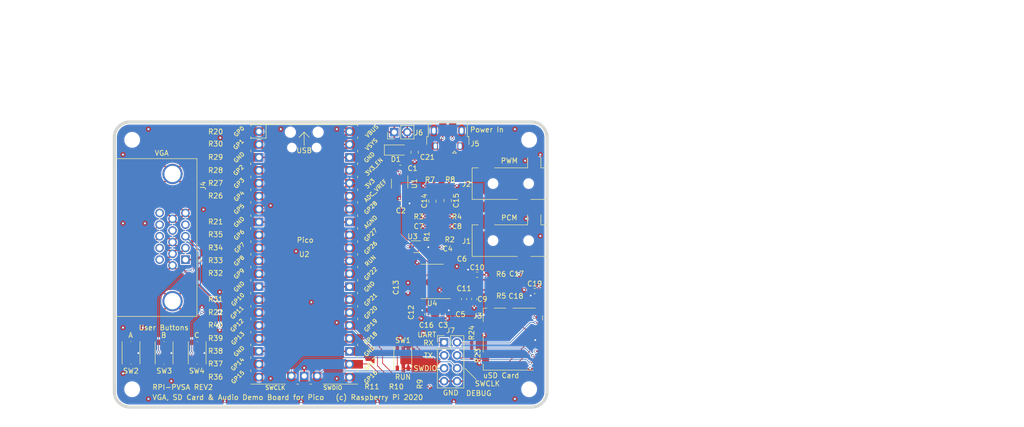
<source format=kicad_pcb>
(kicad_pcb (version 20221018) (generator pcbnew)
  (title_block (title "RPI-PVSA   VGA, SD Card & Audio Demo Board for Pico") (date "2020-07-10") (rev "REV2") (company "Raspberry Pi (Trading) Ltd") (comment 1 "(c) Raspberry Pi 2020"))
  (layers (0 "F.Cu" signal) (1 "In1.Cu" signal) (2 "In2.Cu" signal) (31 "B.Cu" signal) (34 "B.Paste" user) (35 "F.Paste" user) (36 "B.SilkS" user "B.Silkscreen") (37 "F.SilkS" user "F.Silkscreen") (38 "B.Mask" user) (39 "F.Mask" user) (44 "Edge.Cuts" user))
  (net 0 "")
  (net 1 "GND")
  (net 2 "/VSYS")
  (net 3 "+3.3VA")
  (net 4 "/PWM_LL")
  (net 5 "/PWM_RR")
  (net 6 "Net-(C9-Pad1)")
  (net 7 "Net-(C11-Pad2)")
  (net 8 "Net-(C11-Pad1)")
  (net 9 "+3V3")
  (net 10 "Net-(C13-Pad1)")
  (net 11 "/PWM_AUDIO_L")
  (net 12 "/PWM_AUDIO_R")
  (net 13 "/PCM_AUDIO_R")
  (net 14 "/PCM_AUDIO_L")
  (net 15 "/SD_DAT1")
  (net 16 "/SD_DAT2")
  (net 17 "Net-(J4-Pad15)")
  (net 18 "Net-(J4-Pad12)")
  (net 19 "Net-(J4-Pad11)")
  (net 20 "Net-(J4-Pad9)")
  (net 21 "Net-(J4-Pad4)")
  (net 22 "/VGA_B")
  (net 23 "/VGA_G")
  (net 24 "/VGA_R")
  (net 25 "/PWM_L")
  (net 26 "/PWM_R")
  (net 27 "/PCM_L")
  (net 28 "/PCM_R")
  (net 29 "/GPIO5")
  (net 30 "/GPIO16")
  (net 31 "/GPIO17")
  (net 32 "/GPIO18")
  (net 33 "/GPIO19")
  (net 34 "/GPIO20")
  (net 35 "/GPIO21")
  (net 36 "/GPIO22")
  (net 37 "/GPIO26")
  (net 38 "/GPIO27")
  (net 39 "/GPIO28")
  (net 40 "Net-(R20-Pad2)")
  (net 41 "/GPIO0")
  (net 42 "Net-(R21-Pad2)")
  (net 43 "/GPIO6")
  (net 44 "Net-(R22-Pad2)")
  (net 45 "/GPIO11")
  (net 46 "/GPIO4")
  (net 47 "/GPIO3")
  (net 48 "/GPIO2")
  (net 49 "/GPIO1")
  (net 50 "/GPIO10")
  (net 51 "/GPIO9")
  (net 52 "/GPIO8")
  (net 53 "/GPIO7")
  (net 54 "/GPIO15")
  (net 55 "/GPIO14")
  (net 56 "/GPIO13")
  (net 57 "/GPIO12")
  (net 58 "/RUN")
  (net 59 "Net-(U1-Pad4)")
  (net 60 "+5V")
  (net 61 "Net-(J5-Pad4)")
  (net 62 "Net-(J5-Pad3)")
  (net 63 "Net-(J5-Pad2)")
  (net 64 "VBUS")
  (net 65 "Net-(U2-Pad37)")
  (net 66 "Net-(U2-Pad35)")
  (net 67 "Net-(J3-Pad10)")
  (net 68 "Net-(J3-Pad9)")
  (net 69 "/VSYNC")
  (net 70 "/HSYNC")
  (net 71 "/SWCLK")
  (net 72 "/SWDIO")
  (footprint "Resistor_SMD:R_0402_1005Metric" (layer "F.Cu") (at 115.785 83.82)
    (fp_text reference "R31")
    (fp_text value "499")
  )
  (footprint "Resistor_SMD:R_0402_1005Metric" (layer "F.Cu") (at 115.785 88.9)
    (fp_text reference "R40")
    (fp_text value "8.06k")
  )
  (footprint "Resistor_SMD:R_0402_1005Metric" (layer "F.Cu") (at 115.785 91.44)
    (fp_text reference "R39")
    (fp_text value "4.02k")
  )
  (footprint "Resistor_SMD:R_0402_1005Metric" (layer "F.Cu") (at 115.785 93.98)
    (fp_text reference "R38")
    (fp_text value "2k")
  )
  (footprint "Resistor_SMD:R_0402_1005Metric" (layer "F.Cu") (at 115.785 78.74)
    (fp_text reference "R32")
    (fp_text value "1k")
  )
  (footprint "Resistor_SMD:R_0402_1005Metric" (layer "F.Cu") (at 115.785 99.06)
    (fp_text reference "R36")
    (fp_text value "499")
  )
  (footprint "Resistor_SMD:R_0402_1005Metric" (layer "F.Cu") (at 115.785 71.12)
    (fp_text reference "R35")
    (fp_text value "8.06k")
  )
  (footprint "Resistor_SMD:R_0402_1005Metric" (layer "F.Cu") (at 115.785 60.96)
    (fp_text reference "R27")
    (fp_text value "1k")
  )
  (footprint "Resistor_SMD:R_0402_1005Metric" (layer "F.Cu") (at 115.785 58.42)
    (fp_text reference "R28")
    (fp_text value "2k")
  )
  (footprint "Button_Switch_SMD:SW_Push_1P1T_NO_Vertical_Wuerth_434133025816" (layer "F.Cu") (at 150.175 95.325 90)
    (fp_text reference "SW1")
    (fp_text value "SW_Push")
  )
  (footprint "Resistor_SMD:R_0402_1005Metric" (layer "F.Cu") (at 115.785 96.52)
    (fp_text reference "R37")
    (fp_text value "1k")
  )
  (footprint "Resistor_SMD:R_0402_1005Metric" (layer "F.Cu") (at 115.785 76.2)
    (fp_text reference "R33")
    (fp_text value "2k")
  )
  (footprint "Resistor_SMD:R_0402_1005Metric" (layer "F.Cu") (at 115.785 68.58 180)
    (fp_text reference "R21")
    (fp_text value "1k")
  )
  (footprint "Resistor_SMD:R_0402_1005Metric" (layer "F.Cu") (at 115.785 86.36 180)
    (fp_text reference "R22")
    (fp_text value "1k")
  )
  (footprint "Resistor_SMD:R_0402_1005Metric" (layer "F.Cu") (at 155.515 61.5)
    (fp_text reference "R7")
    (fp_text value "1.8K")
  )
  (footprint "Resistor_SMD:R_0402_1005Metric" (layer "F.Cu") (at 158 72.015 -90)
    (fp_text reference "R2")
    (fp_text value "220")
  )
  (footprint "Resistor_SMD:R_0402_1005Metric" (layer "F.Cu") (at 156 72.015 -90)
    (fp_text reference "R1")
    (fp_text value "220")
  )
  (footprint "Connector_Card:microSD_HC_Molex_104031-0811" (layer "F.Cu") (at 171.8 91.645 -90)
    (fp_text reference "J3")
    (fp_text value "Micro_SD_Card")
  )
  (footprint "RPi_Pico:CUI_SJ-3523-audio-jack" (layer "F.Cu") (at 172.4 72.3 -90)
    (fp_text reference "J1")
    (fp_text value "AudioJack3")
  )
  (footprint "Capacitor_SMD:C_0402_1005Metric" (layer "F.Cu") (at 172.485 82)
    (fp_text reference "C18")
    (fp_text value "2.2n")
  )
  (footprint "Capacitor_SMD:C_0805_2012Metric" (layer "F.Cu") (at 159 64.4375 -90)
    (fp_text reference "C15")
    (fp_text value "47u")
  )
  (footprint "Capacitor_SMD:C_0805_2012Metric" (layer "F.Cu") (at 156 64.5625 -90)
    (fp_text reference "C14")
    (fp_text value "47u")
  )
  (footprint "Capacitor_SMD:C_0603_1608Metric" (layer "F.Cu") (at 158 86.7875 -90)
    (fp_text reference "C3")
    (fp_text value "10u")
  )
  (footprint "Capacitor_SMD:C_0603_1608Metric" (layer "F.Cu") (at 164.2 83.7875 -90)
    (fp_text reference "C9")
    (fp_text value "2.2u")
  )
  (footprint "Capacitor_SMD:C_0402_1005Metric" (layer "F.Cu") (at 153 86.485 -90)
    (fp_text reference "C12")
    (fp_text value "100n")
  )
  (footprint "Capacitor_SMD:C_0402_1005Metric" (layer "F.Cu") (at 150 81.515 90)
    (fp_text reference "C13")
    (fp_text value "100n")
  )
  (footprint "Capacitor_SMD:C_0603_1608Metric" (layer "F.Cu") (at 164.7875 79)
    (fp_text reference "C10")
    (fp_text value "10u")
  )
  (footprint "Capacitor_SMD:C_0603_1608Metric" (layer "F.Cu") (at 149.7875 65 180)
    (fp_text reference "C2")
    (fp_text value "1u")
  )
  (footprint "Capacitor_SMD:C_0603_1608Metric" (layer "F.Cu") (at 155 86.7875 -90)
    (fp_text reference "C16")
    (fp_text value "10u")
  )
  (footprint "Capacitor_SMD:C_0603_1608Metric" (layer "F.Cu") (at 162.2 83.7875 90)
    (fp_text reference "C11")
    (fp_text value "2.2u")
  )
  (footprint "Capacitor_SMD:C_0402_1005Metric" (layer "F.Cu") (at 156.515 73.6)
    (fp_text reference "C4")
    (fp_text value "100n")
  )
  (footprint "Resistor_SMD:R_0402_1005Metric" (layer "F.Cu") (at 159.485 61.5 180)
    (fp_text reference "R8")
    (fp_text value "1.8K")
  )
  (footprint "Resistor_SMD:R_0402_1005Metric" (layer "F.Cu") (at 155.515 67.5)
    (fp_text reference "R3")
    (fp_text value "100")
  )
  (footprint "Capacitor_SMD:C_0402_1005Metric" (layer "F.Cu") (at 162 77.515 90)
    (fp_text reference "C6")
    (fp_text value "100n")
  )
  (footprint "Capacitor_SMD:C_0402_1005Metric" (layer "F.Cu") (at 160 86.485 -90)
    (fp_text reference "C5")
    (fp_text value "100n")
  )
  (footprint "Capacitor_SMD:C_0402_1005Metric" (layer "F.Cu") (at 158.485 69.5)
    (fp_text reference "C8")
    (fp_text value "100n")
  )
  (footprint "Resistor_SMD:R_0402_1005Metric" (layer "F.Cu") (at 169.485 80 180)
    (fp_text reference "R6")
    (fp_text value "470")
  )
  (footprint "Resistor_SMD:R_0402_1005Metric" (layer "F.Cu") (at 169.515 82 180)
    (fp_text reference "R5")
    (fp_text value "470")
  )
  (footprint "Capacitor_SMD:C_0402_1005Metric" (layer "F.Cu") (at 172.515 80)
    (fp_text reference "C17")
    (fp_text value "2.2n")
  )
  (footprint "Capacitor_SMD:C_0402_1005Metric" (layer "F.Cu") (at 155.515 69.5 180)
    (fp_text reference "C7")
    (fp_text value "100n")
  )
  (footprint "Package_TO_SOT_SMD:SOT-363_SC-70-6" (layer "F.Cu") (at 153 73.5)
    (fp_text reference "U3")
    (fp_text value "NC7WZ16P6X")
  )
  (footprint "Button_Switch_SMD:SW_Push_1P1T_NO_Vertical_Wuerth_434133025816" (layer "F.Cu") (at 103.275 94.35 -90)
    (fp_text reference "SW3")
    (fp_text value "SW_Push")
  )
  (footprint "Package_SO:TSSOP-20_4.4x6.5mm_P0.65mm" (layer "F.Cu") (at 155.95 80.325 180)
    (fp_text reference "U4")
    (fp_text value "PCM5101A")
  )
  (footprint "Package_TO_SOT_SMD:SOT-23-5" (layer "F.Cu") (at 149.55 61.1 -90)
    (fp_text reference "U1")
    (fp_text value "TLV70033_SOT23-5")
  )
  (footprint "Button_Switch_SMD:SW_Push_1P1T_NO_Vertical_Wuerth_434133025816" (layer "F.Cu") (at 109.775 94.35 -90)
    (fp_text reference "SW4")
    (fp_text value "SW_Push")
  )
  (footprint "Resistor_SMD:R_0402_1005Metric" (layer "F.Cu") (at 115.785 55.88)
    (fp_text reference "R29")
    (fp_text value "4.02k")
  )
  (footprint "Resistor_SMD:R_0402_1005Metric" (layer "F.Cu") (at 115.785 53.34)
    (fp_text reference "R30")
    (fp_text value "8.06k")
  )
  (footprint "Resistor_SMD:R_0402_1005Metric" (layer "F.Cu") (at 115.785 50.8 180)
    (fp_text reference "R20")
    (fp_text value "1k")
  )
  (footprint "Button_Switch_SMD:SW_Push_1P1T_NO_Vertical_Wuerth_434133025816" (layer "F.Cu") (at 96.775 94.35 -90)
    (fp_text reference "SW2")
    (fp_text value "SW_Push")
  )
  (footprint "Resistor_SMD:R_0402_1005Metric" (layer "F.Cu") (at 158.485 67.5 180)
    (fp_text reference "R4")
    (fp_text value "100")
  )
  (footprint "Capacitor_SMD:C_0603_1608Metric" (layer "F.Cu") (at 149.7125 58 180)
    (fp_text reference "C1")
    (fp_text value "1u")
  )
  (footprint "Capacitor_SMD:C_0805_2012Metric" (layer "F.Cu") (at 152.5 54.9375 90)
    (fp_text reference "C21")
    (fp_text value "47u")
  )
  (footprint "Connector_PinHeader_2.54mm:PinHeader_1x02_P2.54mm_Vertical" (layer "F.Cu") (at 148.5 51 90)
    (fp_text reference "J6")
    (fp_text value "Conn_01x02")
  )
  (footprint "RPi_Pico:USB_Micro-B_Amphenol_10103594-0001LF_Horizontal_modified" (layer "F.Cu") (at 159 50.7 180)
    (fp_text reference "J5")
    (fp_text value "USB_B_Micro")
  )
  (footprint "MountingHole:MountingHole_2.7mm_M2.5" (layer "F.Cu") (at 175 101.5)
    (fp_text reference "H3" hide)
    (fp_text value "MountingHole")
  )
  (footprint "MountingHole:MountingHole_2.7mm_M2.5" (layer "F.Cu") (at 97 101.5)
    (fp_text reference "H4" hide)
    (fp_text value "MountingHole")
  )
  (footprint "MountingHole:MountingHole_2.7mm_M2.5" (layer "F.Cu") (at 175 52.5)
    (fp_text reference "H1" hide)
    (fp_text value "MountingHole")
  )
  (footprint "RPi_Pico:MBR120_SOD-123" (layer "F.Cu") (at 148.85 54.5)
    (fp_text reference "D1")
    (fp_text value "MBR120")
  )
  (footprint "RPi_Pico:CUI_SJ-3523-audio-jack" (layer "F.Cu") (at 172.4 61.1 -90)
    (fp_text reference "J2")
    (fp_text value "AudioJack3")
  )
  (footprint "Resistor_SMD:R_0402_1005Metric" (layer "F.Cu") (at 115.785 63.5)
    (fp_text reference "R26")
    (fp_text value "499")
  )
  (footprint "MountingHole:MountingHole_2.7mm_M2.5" (layer "F.Cu") (at 97 52.5)
    (fp_text reference "H2" hide)
    (fp_text value "MountingHole")
  )
  (footprint "Connector_PinHeader_2.54mm:PinHeader_2x04_P2.54mm_Vertical" (layer "F.Cu") (at 158.3 92.3)
    (fp_text reference "J7")
    (fp_text value "Conn_02x03_Odd_Even")
  )
  (footprint "Capacitor_SMD:C_0603_1608Metric" (layer "F.Cu") (at 176.0875 82.2)
    (fp_text reference "C19")
    (fp_text value "10u")
  )
  (footprint "Resistor_SMD:R_0402_1005Metric" (layer "F.Cu") (at 147 100.285 90)
    (fp_text reference "R10")
    (fp_text value "47")
  )
  (footprint "Resistor_SMD:R_0402_1005Metric" (layer "F.Cu") (at 154.7 100.485 90)
    (fp_text reference "R9")
    (fp_text value "DNF")
  )
  (footprint "Resistor_SMD:R_0402_1005Metric" (layer "F.Cu") (at 145.8 100.285 90)
    (fp_text reference "R11")
    (fp_text value "47")
  )
  (footprint "Resistor_SMD:R_0402_1005Metric" (layer "F.Cu") (at 163.7 92.885 -90)
    (fp_text reference "R23")
    (fp_text value "10k")
  )
  (footprint "Resistor_SMD:R_0402_1005Metric" (layer "F.Cu") (at 163.7 94.885 90)
    (fp_text reference "R24")
    (fp_text value "10k")
  )
  (footprint "Resistor_SMD:R_0402_1005Metric" (layer "F.Cu") (at 115.785 73.66)
    (fp_text reference "R34")
    (fp_text value "4.02k")
  )
  (footprint "RPi_Pico:DSUB-15-L77HDE15SD1CH4F" (layer "F.Cu") (at 93.5 71.7 90)
    (fp_text reference "J4")
    (fp_text value "L77HDE15SD1CH4F")
  )
  (footprint "RPi_Pico:RPi_Pico_SMD_TH" (layer "F.Cu") (at 130.81 75)
    (fp_text reference "U2")
    (fp_text value "Pico")
  )
  (gr_line (start 129.8 52) (end 130.8 51) (stroke (width 0.12)) (layer "F.SilkS"))
  (gr_line (start 131.8 52) (end 130.8 51) (stroke (width 0.12)) (layer "F.SilkS"))
  (gr_line (start 162.4 97.4) (end 164.6 99.6) (stroke (width 0.12)) (layer "F.SilkS"))
  (gr_line (start 130.8 53.6) (end 130.8 51) (stroke (width 0.12)) (layer "F.SilkS"))
  (gr_line (start 130.8 51) (end 129.8 52) (stroke (width 0.12)) (layer "F.SilkS"))
  (gr_line (start 96.5 49) (end 96.5 49) (stroke (width 0.05)) (layer "Edge.Cuts"))
  (gr_line (start 96.5 49) (end 175.5 49) (stroke (width 0.6)) (layer "Edge.Cuts"))
  (gr_line (start 93.5 102) (end 93.5 52) (stroke (width 0.6)) (layer "Edge.Cuts"))
  (gr_arc (start 178.5 102) (mid 177.62132 104.12132) (end 175.5 105) (stroke (width 0.6)) (layer "Edge.Cuts"))
  (gr_line (start 178.5 52) (end 178.5 102) (stroke (width 0.6)) (layer "Edge.Cuts"))
  (gr_line (start 175.5 105) (end 96.5 105) (stroke (width 0.6)) (layer "Edge.Cuts"))
  (gr_arc (start 93.5 52) (mid 94.37868 49.87868) (end 96.5 49) (stroke (width 0.6)) (layer "Edge.Cuts"))
  (gr_arc (start 175.5 49) (mid 177.62132 49.87868) (end 178.5 52) (stroke (width 0.6)) (layer "Edge.Cuts"))
  (gr_arc (start 96.5 105) (mid 94.37868 104.12132) (end 93.5 102) (stroke (width 0.6)) (layer "Edge.Cuts"))
  (gr_text "VGA, SD Card & Audio Demo Board for Pico   (c) Raspberry Pi 2020" (at 100.9 103.1) (layer "F.SilkS") (effects (font (size 1 1)) (justify left)))
  (gr_text "RPI-PVSA REV2" (at 100.9 101.1) (layer "F.SilkS") (effects (font (size 1 1)) (justify left)))
  (gr_text "Power In\n" (at 166.7 50.5) (layer "F.SilkS") (effects (font (size 1 1))))
  (gr_text "User Buttons" (at 103.2 89.4) (layer "F.SilkS") (effects (font (size 1 1))))
  (gr_text "GND" (at 159.6 102.2) (layer "F.SilkS") (effects (font (size 1 1))))
  (gr_text "TX" (at 155.2 94.9) (layer "F.SilkS") (effects (font (size 1 1))))
  (gr_text "UART" (at 154.9 90.8) (layer "F.SilkS") (effects (font (size 1 1))))
  (gr_text "SWDIO" (at 154.6 97.4) (layer "F.SilkS") (effects (font (size 1 1))))
  (gr_text "RX" (at 155.2 92.4) (layer "F.SilkS") (effects (font (size 1 1))))
  (gr_text "PWM" (at 171.1 56.6) (layer "F.SilkS") (effects (font (size 1 1))))
  (gr_text "B" (at 103.2 90.9) (layer "F.SilkS") (effects (font (size 1 1))))
  (gr_text "Pico" (at 131 72.2) (layer "F.SilkS") (effects (font (size 1 1))))
  (gr_text "SWCLK" (at 166.8 100.4) (layer "F.SilkS") (effects (font (size 1 1))))
  (gr_text "RUN" (at 150.2 99.1) (layer "F.SilkS") (effects (font (size 1 1))))
  (gr_text "PCM" (at 171.1 67.8) (layer "F.SilkS") (effects (font (size 1 1))))
  (gr_text "USB" (at 130.8 54.6) (layer "F.SilkS") (effects (font (size 1 1))))
  (gr_text "DEBUG" (at 165.1 102.3) (layer "F.SilkS") (effects (font (size 1 1))))
  (gr_text "VGA" (at 102.8 55.1) (layer "F.SilkS") (effects (font (size 1 1))))
  (gr_text "C" (at 109.7 90.9) (layer "F.SilkS") (effects (font (size 1 1))))
  (gr_text "A" (at 96.7 90.9) (layer "F.SilkS") (effects (font (size 1 1))))
  (gr_text "uSD Card" (at 169.5 98.8) (layer "F.SilkS") (effects (font (size 1 1))))
  (segment (start 153 78.05) (end 153 76.6) (width 0.5) (layer "F.Cu") (net 1))
  (segment (start 155 87.575) (end 154.525 87.575) (width 0.15) (layer "F.Cu") (net 1))
  (segment (start 153 78.05) (end 153 77.4) (width 0.15) (layer "F.Cu") (net 1))
  (segment (start 159.97 61.5) (end 160.8 61.5) (width 0.15) (layer "F.Cu") (net 1))
  (segment (start 159.58 86.97) (end 158.975 87.575) (width 0.15) (layer "F.Cu") (net 1))
  (segment (start 172.97 82) (end 174 82) (width 0.15) (layer "F.Cu") (net 1))
  (segment (start 149.4 64.125) (end 149.4 64.1) (width 0.3) (layer "F.Cu") (net 1))
  (segment (start 153.17 86.97) (end 153.8 87.6) (width 0.15) (layer "F.Cu") (net 1))
  (segment (start 166.425 95.375) (end 165.6 95.375) (width 0.15) (layer "F.Cu") (net 1))
  (segment (start 161.17 77.03) (end 160.8 77.4) (width 0.15) (layer "F.Cu") (net 1))
  (segment (start 165.6 95.375) (end 165.2 95.775) (width 0.15) (layer "F.Cu") (net 1))
  (segment (start 151.25 80.65) (end 151.2 80.6) (width 0.5) (layer "F.Cu") (net 1))
  (segment (start 150 80.735) (end 150 81.03) (width 0.15) (layer "F.Cu") (net 1))
  (segment (start 176 68) (end 174.75 68) (width 0.15) (layer "F.Cu") (net 1))
  (segment (start 177.25 94.04) (end 176.24 94.04) (width 0.3) (layer "F.Cu") (net 1))
  (segment (start 176.9 97.4) (end 175.2 97.4) (width 0.15) (layer "F.Cu") (net 1))
  (segment (start 153 80.65) (end 151.15 80.65) (width 0.15) (layer "F.Cu") (net 1))
  (segment (start 150.085 80.65) (end 150 80.735) (width 0.15) (layer "F.Cu") (net 1))
  (segment (start 176.02 86.08) (end 176.02 87.4) (width 0.15) (layer "F.Cu") (net 1))
  (segment (start 153 77.4) (end 153 77.025) (width 0.15) (layer "F.Cu") (net 1))
  (segment (start 157.66 53.6) (end 157.66 52.54) (width 0.3) (layer "F.Cu") (net 1))
  (segment (start 159.9 52.02) (end 159.9 52.2) (width 0.3) (layer "F.Cu") (net 1))
  (segment (start 157.66 52.54) (end 158 52.2) (width 0.3) (layer "F.Cu") (net 1))
  (segment (start 165.2 95.775) (end 165.2 96.4) (width 0.15) (layer "F.Cu") (net 1))
  (segment (start 152.05 73.5) (end 151.2 73.5) (width 0.5) (layer "F.Cu") (net 1))
  (segment (start 174.75 56.6) (end 174.2 56.6) (width 0.15) (layer "F.Cu") (net 1))
  (segment (start 158 52) (end 158 52.2) (width 0.3) (layer "F.Cu") (net 1))
  (segment (start 149 64.525) (end 149.4 64.125) (width 0.3) (layer "F.Cu") (net 1))
  (segment (start 155.03 67.5) (end 154.2 67.5) (width 0.15) (layer "F.Cu") (net 1))
  (segment (start 149 65) (end 149 64.525) (width 0.3) (layer "F.Cu") (net 1))
  (segment (start 153 77.025) (end 153 76.6) (width 0.15) (layer "F.Cu") (net 1))
  (segment (start 164.2 84.575) (end 164.2 85.0125) (width 0.15) (layer "F.Cu") (net 1))
  (segment (start 162 77.03) (end 161.17 77.03) (width 0.15) (layer "F.Cu") (net 1))
  (segment (start 158.9 77.4) (end 160.8 77.4) (width 0.5) (layer "F.Cu") (net 1))
  (segment (start 158 87.575) (end 158.975 87.575) (width 0.15) (layer "F.Cu") (net 1))
  (segment (start 165.575 79) (end 166.6 79) (width 0.15) (layer "F.Cu") (net 1))
  (segment (start 149.4 64.1) (end 149.5 64) (width 0.3) (layer "F.Cu") (net 1))
  (segment (start 176.875 82.2) (end 176.875 81.225) (width 0.15) (layer "F.Cu") (net 1))
  (segment (start 166.425 90.675) (end 166.2 90.9) (width 0.15) (layer "F.Cu") (net 1))
  (segment (start 158.97 69.5) (end 159.8 69.5) (width 0.15) (layer "F.Cu") (net 1))
  (segment (start 176.24 94.04) (end 176.2 94) (width 0.3) (layer "F.Cu") (net 1))
  (segment (start 159.92 52) (end 159.9 52.02) (width 0.3) (layer "F.Cu") (net 1))
  (segment (start 164.2 85.0125) (end 164.2 85.5) (width 0.15) (layer "F.Cu") (net 1))
  (segment (start 177.125 86.08) (end 176.02 86.08) (width 0.15) (layer "F.Cu") (net 1))
  (segment (start 154.525 87.575) (end 154.5 87.6) (width 0.15) (layer "F.Cu") (net 1))
  (segment (start 148.925 58) (end 148.925 58.325) (width 0.3) (layer "F.Cu") (net 1))
  (segment (start 176 56.6) (end 174.75 56.6) (width 0.15) (layer "F.Cu") (net 1))
  (segment (start 154.7 100.97) (end 155.47 100.97) (width 0.15) (layer "F.Cu") (net 1))
  (segment (start 154.5 87.6) (end 153.8 87.6) (width 0.15) (layer "F.Cu") (net 1))
  (segment (start 148.925 58.325) (end 149.5 58.9) (width 0.3) (layer "F.Cu") (net 1))
  (segment (start 152.5 55.875) (end 152.5 56.8) (width 0.3) (layer "F.Cu") (net 1))
  (segment (start 153 82.6) (end 151.2 82.6) (width 0.5) (layer "F.Cu") (net 1))
  (segment (start 151.15 80.65) (end 150.085 80.65) (width 0.15) (layer "F.Cu") (net 1))
  (segment (start 158.9 78.05) (end 158.9 77.4) (width 0.5) (layer "F.Cu") (net 1))
  (segment (start 160 86.97) (end 159.58 86.97) (width 0.15) (layer "F.Cu") (net 1))
  (segment (start 173 80) (end 173 79) (width 0.15) (layer "F.Cu") (net 1))
  (segment (start 176.87 86.4) (end 176.875 86.405) (width 0.5) (layer "F.Cu") (net 1))
  (segment (start 158 50.45) (end 158 52) (width 0.3) (layer "F.Cu") (net 1))
  (segment (start 151.15 80.65) (end 151.2 80.6) (width 0.15) (layer "F.Cu") (net 1))
  (segment (start 158.97 67.5) (end 159.8 67.5) (width 0.15) (layer "F.Cu") (net 1))
  (segment (start 166.425 89.405) (end 166.425 90.675) (width 0.15) (layer "F.Cu") (net 1))
  (segment (start 174.75 68) (end 174.4 68) (width 0.15) (layer "F.Cu") (net 1))
  (segment (start 158.9 81.95) (end 157.45 81.95) (width 0.5) (layer "F.Cu") (net 1))
  (segment (start 153 86.97) (end 153.17 86.97) (width 0.15) (layer "F.Cu") (net 1))
  (segment (start 157 73.6) (end 157.8 73.6) (width 0.15) (layer "F.Cu") (net 1))
  (segment (start 155.03 69.5) (end 154.2 69.5) (width 0.15) (layer "F.Cu") (net 1))
  (segment (start 149.55 59.05) (end 149.5 59) (width 0.3) (layer "F.Cu") (net 1))
  (segment (start 157.45 81.95) (end 157.4 82) (width 0.5) (layer "F.Cu") (net 1))
  (segment (start 155.03 61.5) (end 154.2 61.5) (width 0.15) (layer "F.Cu") (net 1))
  (segment (start 153 80.65) (end 151.25 80.65) (width 0.5) (layer "F.Cu") (net 1))
  (segment (start 149.5 59) (end 149.5 58.9) (width 0.3) (layer "F.Cu") (net 1))
  (segment (start 159.92 50.45) (end 159.92 52) (width 0.3) (layer "F.Cu") (net 1))
  (segment (start 149.55 60) (end 149.55 59.05) (width 0.3) (layer "F.Cu") (net 1))
  (via (at 126.2 50.4) (size 0.6) (drill 0.35) (layers "F.Cu" "B.Cu") (net 1))
  (via (at 137.2 50.4) (size 0.6) (drill 0.35) (layers "F.Cu" "B.Cu") (net 1))
  (via (at 124.2 65.4) (size 0.6) (drill 0.35) (layers "F.Cu" "B.Cu") (net 1))
  (via (at 132.2 84.4) (size 0.6) (drill 0.35) (layers "F.Cu" "B.Cu") (net 1))
  (via (at 137.2 88.4) (size 0.6) (drill 0.35) (layers "F.Cu" "B.Cu") (net 1))
  (via (at 129.2 74.4) (size 0.6) (drill 0.35) (layers "F.Cu" "B.Cu") (net 1))
  (via (at 124.2 99.4) (size 0.6) (drill 0.35) (layers "F.Cu" "B.Cu") (net 1))
  (via (at 137.2 99.4) (size 0.6) (drill 0.35) (layers "F.Cu" "B.Cu") (net 1))
  (via (at 95.2 89.4) (size 0.6) (drill 0.35) (layers "F.Cu" "B.Cu") (net 1))
  (via (at 95.2 98.4) (size 0.6) (drill 0.35) (layers "F.Cu" "B.Cu") (net 1))
  (via (at 100.2 103.4) (size 0.6) (drill 0.35) (layers "F.Cu" "B.Cu") (net 1))
  (via (at 115.2 103.9) (size 0.6) (drill 0.35) (layers "F.Cu" "B.Cu") (net 1))
  (via (at 130.2 103.9) (size 0.6) (drill 0.35) (layers "F.Cu" "B.Cu") (net 1))
  (via (at 145.2 103.9) (size 0.6) (drill 0.35) (layers "F.Cu" "B.Cu") (net 1))
  (via (at 160.2 103.9) (size 0.6) (drill 0.35) (layers "F.Cu" "B.Cu") (net 1))
  (via (at 172.2 103.4) (size 0.6) (drill 0.35) (layers "F.Cu" "B.Cu") (net 1))
  (via (at 100.2 50.4) (size 0.6) (drill 0.35) (layers "F.Cu" "B.Cu") (net 1))
  (via (at 95.2 55.4) (size 0.6) (drill 0.35) (layers "F.Cu" "B.Cu") (net 1))
  (via (at 95.2 68.9) (size 0.6) (drill 0.35) (layers "F.Cu" "B.Cu") (net 1))
  (via (at 172.2 50.4) (size 0.6) (drill 0.35) (layers "F.Cu" "B.Cu") (net 1))
  (via (at 177.2 55.4) (size 0.6) (drill 0.35) (layers "F.Cu" "B.Cu") (net 1))
  (via (at 177.2 71.4) (size 0.6) (drill 0.35) (layers "F.Cu" "B.Cu") (net 1))
  (via (at 154.2 90.4) (size 0.6) (drill 0.35) (layers "F.Cu" "B.Cu") (net 1))
  (via (at 149.7 91.4) (size 0.6) (drill 0.35) (layers "F.Cu" "B.Cu") (net 1))
  (via (at 110.7 85.4) (size 0.6) (drill 0.35) (layers "F.Cu" "B.Cu") (net 1))
  (via (at 114.2 82.4) (size 0.6) (drill 0.35) (layers "F.Cu" "B.Cu") (net 1))
  (via (at 114.2 89.9) (size 0.6) (drill 0.35) (layers "F.Cu" "B.Cu") (net 1))
  (via (at 104.7 99.9) (size 0.6) (drill 0.35) (layers "F.Cu" "B.Cu") (net 1))
  (via (at 130.8 97.3) (size 0.6) (drill 0.35) (layers "F.Cu" "B.Cu") (net 1))
  (via (at 99.5 68.9) (size 0.6) (drill 0.35) (layers "F.Cu" "B.Cu") (net 1))
  (via (at 99.1 89.4) (size 0.6) (drill 0.35) (layers "F.Cu" "B.Cu") (net 1))
  (via (at 114.3 52.1) (size 0.6) (drill 0.35) (layers "F.Cu" "B.Cu") (net 1))
  (via (at 111 66.2) (size 0.6) (drill 0.35) (layers "F.Cu" "B.Cu") (net 1))
  (via (at 175.2 97.4) (size 0.6) (drill 0.35) (layers "F.Cu" "B.Cu") (net 1))
  (via (at 154.2 61.5) (size 0.6) (drill 0.35) (layers "F.Cu" "B.Cu") (net 1))
  (via (at 159.8 67.5) (size 0.6) (drill 0.35) (layers "F.Cu" "B.Cu") (net 1))
  (via (at 151.2 82.6) (size 0.6) (drill 0.35) (layers "F.Cu" "B.Cu") (net 1))
  (via (at 166.6 79) (size 0.6) (drill 0.35) (layers "F.Cu" "B.Cu") (net 1))
  (via (at 157.8 73.6) (size 0.6) (drill 0.35) (layers "F.Cu" "B.Cu") (net 1))
  (via (at 159.9 52.2) (size 0.6) (drill 0.35) (layers "F.Cu" "B.Cu") (net 1))
  (via (at 176.875 81.225) (size 0.6) (drill 0.35) (layers "F.Cu" "B.Cu") (net 1))
  (via (at 153.8 87.6) (size 0.6) (drill 0.35) (layers "F.Cu" "B.Cu") (net 1))
  (via (at 155.47 100.97) (size 0.6) (drill 0.35) (layers "F.Cu" "B.Cu") (net 1))
  (via (at 160.8 77.4) (size 0.6) (drill 0.35) (layers "F.Cu" "B.Cu") (net 1))
  (via (at 153 76.6) (size 0.6) (drill 0.35) (layers "F.Cu" "B.Cu") (net 1))
  (via (at 151.2 73.5) (size 0.6) (drill 0.35) (layers "F.Cu" "B.Cu") (net 1))
  (via (at 176.02 87.4) (size 0.6) (drill 0.35) (layers "F.Cu" "B.Cu") (net 1))
  (via (at 165.2 96.4) (size 0.6) (drill 0.35) (layers "F.Cu" "B.Cu") (net 1))
  (via (at 158.975 87.575) (size 0.6) (drill 0.35) (layers "F.Cu" "B.Cu") (net 1))
  (via (at 154.2 69.5) (size 0.6) (drill 0.35) (layers "F.Cu" "B.Cu") (net 1))
  (via (at 157.4 82) (size 0.6) (drill 0.35) (layers "F.Cu" "B.Cu") (net 1))
  (via (at 174 82) (size 0.6) (drill 0.35) (layers "F.Cu" "B.Cu") (net 1))
  (via (at 158 52.2) (size 0.6) (drill 0.35) (layers "F.Cu" "B.Cu") (net 1))
  (via (at 149.5 64) (size 0.6) (drill 0.35) (layers "F.Cu" "B.Cu") (net 1))
  (via (at 160.8 61.5) (size 0.6) (drill 0.35) (layers "F.Cu" "B.Cu") (net 1))
  (via (at 152.5 56.8) (size 0.6) (drill 0.35) (layers "F.Cu" "B.Cu") (net 1))
  (via (at 149.5 58.9) (size 0.6) (drill 0.35) (layers "F.Cu" "B.Cu") (net 1))
  (via (at 176.2 94) (size 0.6) (drill 0.35) (layers "F.Cu" "B.Cu") (net 1))
  (via (at 166.2 90.9) (size 0.6) (drill 0.35) (layers "F.Cu" "B.Cu") (net 1))
  (via (at 159.8 69.5) (size 0.6) (drill 0.35) (layers "F.Cu" "B.Cu") (net 1))
  (via (at 164.2 85.5) (size 0.6) (drill 0.35) (layers "F.Cu" "B.Cu") (net 1))
  (via (at 154.2 67.5) (size 0.6) (drill 0.35) (layers "F.Cu" "B.Cu") (net 1))
  (via (at 174.2 56.6) (size 0.6) (drill 0.35) (layers "F.Cu" "B.Cu") (net 1))
  (via (at 174.4 68) (size 0.6) (drill 0.35) (layers "F.Cu" "B.Cu") (net 1))
  (via (at 173 79) (size 0.6) (drill 0.35) (layers "F.Cu" "B.Cu") (net 1))
  (via (at 151.2 80.6) (size 0.6) (drill 0.35) (layers "F.Cu" "B.Cu") (net 1))
  (segment (start 160 84.35) (end 158.9 83.25) (width 0.5) (layer "F.Cu") (net 3))
  (segment (start 155.93 73.5) (end 156.03 73.6) (width 0.5) (layer "F.Cu") (net 3))
  (segment (start 162 78) (end 163 78) (width 0.5) (layer "F.Cu") (net 3))
  (segment (start 150.575 62.275) (end 150.5 62.2) (width 0.5) (layer "F.Cu") (net 3))
  (segment (start 158 86) (end 159.20001 86) (width 0.5) (layer "F.Cu") (net 3))
  (segment (start 153.95 73.5) (end 155.1 73.5) (width 0.5) (layer "F.Cu") (net 3))
  (segment (start 160 86) (end 159.20001 86) (width 0.5) (layer "F.Cu") (net 3))
  (segment (start 163 78) (end 164 79) (width 0.5) (layer "F.Cu") (net 3))
  (segment (start 150.575 65) (end 150.575 62.275) (width 0.5) (layer "F.Cu") (net 3))
  (segment (start 160 86) (end 160 84.35) (width 0.5) (layer "F.Cu") (net 3))
  (segment (start 155.1 73.5) (end 155.93 73.5) (width 0.5) (layer "F.Cu") (net 3))
  (segment (start 158.9 78.7) (end 161.3 78.7) (width 0.5) (layer "F.Cu") (net 3))
  (segment (start 161.3 78.7) (end 162 78) (width 0.5) (layer "F.Cu") (net 3))
  (segment (start 155.1 73.5) (end 155.2 73.6) (width 0.5) (layer "F.Cu") (net 3))
  (segment (start 150.575 65) (end 151.5 65) (width 0.5) (layer "F.Cu") (net 3))
  (via (at 151.5 65) (size 0.6) (drill 0.35) (layers "F.Cu" "B.Cu") (net 3))
  (via (at 159.20001 86) (size 0.6) (drill 0.35) (layers "F.Cu" "B.Cu") (net 3))
  (via (at 155.2 73.6) (size 0.6) (drill 0.35) (layers "F.Cu" "B.Cu") (net 3))
  (via (at 163 78) (size 0.6) (drill 0.35) (layers "F.Cu" "B.Cu") (net 3))
  (segment (start 156 69.5) (end 156 67.5) (width 0.15) (layer "F.Cu") (net 4))
  (segment (start 156 67.5) (end 156 65.5) (width 0.15) (layer "F.Cu") (net 4))
  (segment (start 156 71.53) (end 156 69.5) (width 0.3) (layer "F.Cu") (net 4))
  (segment (start 156 65.5) (end 156 69.5) (width 0.3) (layer "F.Cu") (net 4))
  (segment (start 158 71.53) (end 158 69.5) (width 0.3) (layer "F.Cu") (net 5))
  (segment (start 158 69.5) (end 158 67.5) (width 0.3) (layer "F.Cu") (net 5))
  (segment (start 158 66.375) (end 159 65.375) (width 0.3) (layer "F.Cu") (net 5))
  (segment (start 158 67.5) (end 158 66.375) (width 0.3) (layer "F.Cu") (net 5))
  (segment (start 159.775 80.65) (end 158.9 80.65) (width 0.15) (layer "F.Cu") (net 6))
  (segment (start 164.2 82.5625) (end 162.2875 80.65) (width 0.15) (layer "F.Cu") (net 6))
  (segment (start 162.2875 80.65) (end 159.775 80.65) (width 0.15) (layer "F.Cu") (net 6))
  (segment (start 164.2 83) (end 164.2 82.5625) (width 0.15) (layer "F.Cu") (net 6))
  (segment (start 160.9375 81.3) (end 159.775 81.3) (width 0.15) (layer "F.Cu") (net 7))
  (segment (start 162.2 82.5625) (end 160.9375 81.3) (width 0.15) (layer "F.Cu") (net 7))
  (segment (start 159.775 81.3) (end 158.9 81.3) (width 0.15) (layer "F.Cu") (net 7))
  (segment (start 162.2 83) (end 162.2 82.5625) (width 0.15) (layer "F.Cu") (net 7))
  (segment (start 162.2 84.575) (end 161.725 84.575) (width 0.15) (layer "F.Cu") (net 8))
  (segment (start 159.75 82.6) (end 158.9 82.6) (width 0.15) (layer "F.Cu") (net 8))
  (segment (start 161.725 84.575) (end 159.75 82.6) (width 0.15) (layer "F.Cu") (net 8))
  (segment (start 110.85 92.275) (end 110.85 94.05) (width 0.15) (layer "F.Cu") (net 9))
  (segment (start 110.85 96.425) (end 110.85 94.75) (width 0.15) (layer "F.Cu") (net 9))
  (segment (start 153 83.25) (end 154.35 83.25) (width 0.2) (layer "F.Cu") (net 9))
  (segment (start 153 81.3) (end 154.3 81.3) (width 0.2) (layer "F.Cu") (net 9))
  (segment (start 153 83.25) (end 153 86) (width 0.5) (layer "F.Cu") (net 9))
  (segment (start 97.85 92.275) (end 97.85 94.25) (width 0.15) (layer "F.Cu") (net 9))
  (segment (start 175.3 82.675) (end 175.3 83.1) (width 0.15) (layer "F.Cu") (net 9))
  (segment (start 97.85 94.75) (end 98.2 94.4) (width 0.15) (layer "F.Cu") (net 9))
  (segment (start 110.85 94.05) (end 111.2 94.4) (width 0.15) (layer "F.Cu") (net 9))
  (segment (start 177.25 91.84) (end 176.2 91.84) (width 0.3) (layer "F.Cu") (net 9))
  (segment (start 104.35 94.05) (end 104.7 94.4) (width 0.15) (layer "F.Cu") (net 9))
  (segment (start 163.7 94.4) (end 164.699996 94.4) (width 0.15) (layer "F.Cu") (net 9))
  (segment (start 104.35 96.425) (end 104.35 94.75) (width 0.15) (layer "F.Cu") (net 9))
  (segment (start 164.699996 94.4) (end 164.7 94.399996) (width 0.15) (layer "F.Cu") (net 9))
  (segment (start 155 86) (end 154 86) (width 0.5) (layer "F.Cu") (net 9))
  (segment (start 97.85 96.425) (end 97.85 94.75) (width 0.15) (layer "F.Cu") (net 9))
  (segment (start 98 94.4) (end 98.2 94.4) (width 0.15) (layer "F.Cu") (net 9))
  (segment (start 104.35 94.75) (end 104.7 94.4) (width 0.15) (layer "F.Cu") (net 9))
  (segment (start 154.6 83) (end 154.6 81.6) (width 0.2) (layer "F.Cu") (net 9))
  (segment (start 154 86) (end 153 86) (width 0.5) (layer "F.Cu") (net 9))
  (segment (start 154.3 81.3) (end 154.6 81.6) (width 0.2) (layer "F.Cu") (net 9))
  (segment (start 104.35 92.275) (end 104.35 94.05) (width 0.15) (layer "F.Cu") (net 9))
  (segment (start 154.35 83.25) (end 154.6 83) (width 0.2) (layer "F.Cu") (net 9))
  (segment (start 175.3 82.2) (end 175.3 82.675) (width 0.15) (layer "F.Cu") (net 9))
  (segment (start 163.7 93.37) (end 163.7 94.4) (width 0.15) (layer "F.Cu") (net 9))
  (segment (start 110.85 94.75) (end 111.2 94.4) (width 0.15) (layer "F.Cu") (net 9))
  (segment (start 97.85 94.25) (end 98 94.4) (width 0.15) (layer "F.Cu") (net 9))
  (via (at 164.7 94.399996) (size 0.6) (drill 0.35) (layers "F.Cu" "B.Cu") (net 9))
  (via (at 175.3 83.1) (size 0.6) (drill 0.35) (layers "F.Cu" "B.Cu") (net 9))
  (via (at 154 86) (size 0.6) (drill 0.35) (layers "F.Cu" "B.Cu") (net 9))
  (via (at 104.7 94.4) (size 0.6) (drill 0.35) (layers "F.Cu" "B.Cu") (net 9))
  (via (at 98.2 94.4) (size 0.6) (drill 0.35) (layers "F.Cu" "B.Cu") (net 9))
  (via (at 111.2 94.4) (size 0.6) (drill 0.35) (layers "F.Cu" "B.Cu") (net 9))
  (via (at 176.2 91.84) (size 0.6) (drill 0.35) (layers "F.Cu" "B.Cu") (net 9))
  (segment (start 153 81.95) (end 150.05 81.95) (width 0.15) (layer "F.Cu") (net 10))
  (segment (start 150.05 81.95) (end 150 82) (width 0.15) (layer "F.Cu") (net 10))
  (segment (start 166.6 58.2) (end 166.6 56.6) (width 0.3) (layer "F.Cu") (net 11))
  (segment (start 156 63.625) (end 156 61.5) (width 0.3) (layer "F.Cu") (net 11))
  (segment (start 156 61.18) (end 157.98 59.2) (width 0.3) (layer "F.Cu") (net 11))
  (segment (start 156 61.5) (end 156 61.18) (width 0.3) (layer "F.Cu") (net 11))
  (segment (start 157.98 59.2) (end 165.6 59.2) (width 0.3) (layer "F.Cu") (net 11))
  (segment (start 165.6 59.2) (end 166.6 58.2) (width 0.3) (layer "F.Cu") (net 11))
  (segment (start 159 61.18) (end 159.58 60.6) (width 0.3) (layer "F.Cu") (net 12))
  (segment (start 166 64) (end 174 64) (width 0.3) (layer "F.Cu") (net 12))
  (segment (start 159.58 60.6) (end 162.6 60.6) (width 0.3) (layer "F.Cu") (net 12))
  (segment (start 159 63.5) (end 159 61.5) (width 0.3) (layer "F.Cu") (net 12))
  (segment (start 159 61.5) (end 159 61.18) (width 0.3) (layer "F.Cu") (net 12))
  (segment (start 162.6 60.6) (end 166 64) (width 0.3) (layer "F.Cu") (net 12))
  (segment (start 172.03 80) (end 172 79.2) (width 0.3) (layer "F.Cu") (net 13))
  (segment (start 174 75.4) (end 174 77.1) (width 0.3) (layer "F.Cu") (net 13))
  (segment (start 172 79.1) (end 172 79.2) (width 0.3) (layer "F.Cu") (net 13))
  (segment (start 169.97 80) (end 172.03 80) (width 0.3) (layer "F.Cu") (net 13))
  (segment (start 174 77.1) (end 172 79.1) (width 0.3) (layer "F.Cu") (net 13))
  (segment (start 174.1 73.8) (end 168.8 68.5) (width 0.3) (layer "F.Cu") (net 14))
  (segment (start 172 82) (end 172 81.68) (width 0.3) (layer "F.Cu") (net 14))
  (segment (start 168.8 68.5) (end 167.1 68.5) (width 0.3) (layer "F.Cu") (net 14))
  (segment (start 175.2 73.8) (end 174.1 73.8) (width 0.3) (layer "F.Cu") (net 14))
  (segment (start 172 81.68) (end 172.68 81) (width 0.3) (layer "F.Cu") (net 14))
  (segment (start 170 82) (end 172 82) (width 0.3) (layer "F.Cu") (net 14))
  (segment (start 174.6 81) (end 176.2 79.4) (width 0.3) (layer "F.Cu") (net 14))
  (segment (start 176.2 79.4) (end 176.2 74.8) (width 0.3) (layer "F.Cu") (net 14))
  (segment (start 167.1 68.5) (end 166.6 68) (width 0.3) (layer "F.Cu") (net 14))
  (segment (start 172.68 81) (end 174.6 81) (width 0.3) (layer "F.Cu") (net 14))
  (segment (start 176.2 74.8) (end 175.2 73.8) (width 0.3) (layer "F.Cu") (net 14))
  (segment (start 177.25 96.19) (end 175.41 96.19) (width 0.15) (layer "F.Cu") (net 15))
  (segment (start 161.37 95.37) (end 160.84 94.84) (width 0.15) (layer "F.Cu") (net 15))
  (segment (start 175.41 96.19) (end 175.2 96.4) (width 0.15) (layer "F.Cu") (net 15))
  (segment (start 163.7 95.37) (end 161.37 95.37) (width 0.15) (layer "F.Cu") (net 15))
  (via (at 175.2 96.4) (size 0.6) (drill 0.35) (layers "F.Cu" "B.Cu") (net 15))
  (segment (start 161.689999 95.689999) (end 174.489999 95.689999) (width 0.15) (layer "B.Cu") (net 15))
  (segment (start 174.900001 96.100001) (end 175.2 96.4) (width 0.15) (layer "B.Cu") (net 15))
  (segment (start 160.84 94.84) (end 161.689999 95.689999) (width 0.15) (layer "B.Cu") (net 15))
  (segment (start 174.489999 95.689999) (end 174.900001 96.100001) (width 0.15) (layer "B.Cu") (net 15))
  (segment (start 177.25 88.54) (end 176.34 88.54) (width 0.15) (layer "F.Cu") (net 16))
  (segment (start 176.34 88.54) (end 176.2 88.4) (width 0.15) (layer "F.Cu") (net 16))
  (segment (start 160.94 92.4) (end 160.84 92.3) (width 0.15) (layer "F.Cu") (net 16))
  (segment (start 163.7 92.4) (end 160.94 92.4) (width 0.15) (layer "F.Cu") (net 16))
  (via (at 176.2 88.4) (size 0.6) (drill 0.35) (layers "F.Cu" "B.Cu") (net 16))
  (segment (start 176.2 88.4) (end 175.2 88.4) (width 0.15) (layer "B.Cu") (net 16))
  (segment (start 160.94 92.4) (end 160.84 92.3) (width 0.15) (layer "B.Cu") (net 16))
  (segment (start 175.2 88.4) (end 171.2 92.4) (width 0.15) (layer "B.Cu") (net 16))
  (segment (start 171.2 92.4) (end 160.94 92.4) (width 0.15) (layer "B.Cu") (net 16))
  (segment (start 115.3 99.06) (end 115.3 96.52) (width 0.3) (layer "F.Cu") (net 22))
  (segment (start 115.3 96.52) (end 115.3 93.98) (width 0.3) (layer "F.Cu") (net 22))
  (segment (start 115.3 93.66) (end 115.3 91.44) (width 0.3) (layer "F.Cu") (net 22))
  (segment (start 115.3 88.9) (end 114.2 88.9) (width 0.3) (layer "F.Cu") (net 22))
  (segment (start 115.3 93.98) (end 115.3 93.66) (width 0.3) (layer "F.Cu") (net 22))
  (segment (start 115.3 91.44) (end 115.3 88.9) (width 0.3) (layer "F.Cu") (net 22))
  (via (at 114.2 88.9) (size 0.6) (drill 0.35) (layers "F.Cu" "B.Cu") (net 22))
  (segment (start 114.2 84.9) (end 110.4 81.1) (width 0.3) (layer "B.Cu") (net 22))
  (segment (start 110.4 74.38) (end 107.47 71.45) (width 0.3) (layer "B.Cu") (net 22))
  (segment (start 110.4 81.1) (end 110.4 74.38) (width 0.3) (layer "B.Cu") (net 22))
  (segment (start 114.2 88.9) (end 114.2 84.9) (width 0.3) (layer "B.Cu") (net 22))
  (segment (start 115.3 76.52) (end 115.3 78.74) (width 0.3) (layer "F.Cu") (net 23))
  (segment (start 115.3 83.82) (end 115.005 83.82) (width 0.3) (layer "F.Cu") (net 23))
  (segment (start 106.2 77.1) (end 106.2 75.01) (width 0.3) (layer "F.Cu") (net 23))
  (segment (start 115.3 73.66) (end 115.3 73.98) (width 0.3) (layer "F.Cu") (net 23))
  (segment (start 115.3 71.12) (end 115.3 73.66) (width 0.3) (layer "F.Cu") (net 23))
  (segment (start 112.92 83.82) (end 106.2 77.1) (width 0.3) (layer "F.Cu") (net 23))
  (segment (start 115.3 83.82) (end 112.92 83.82) (width 0.3) (layer "F.Cu") (net 23))
  (segment (start 115.3 76.2) (end 115.3 76.52) (width 0.3) (layer "F.Cu") (net 23))
  (segment (start 115.3 73.98) (end 115.3 76.2) (width 0.3) (layer "F.Cu") (net 23))
  (segment (start 106.2 75.01) (end 107.47 73.74) (width 0.3) (layer "F.Cu") (net 23))
  (segment (start 115.3 78.74) (end 115.3 83.82) (width 0.3) (layer "F.Cu") (net 23))
  (segment (start 108.62 76.03) (end 107.47 76.03) (width 0.3) (layer "F.Cu") (net 24))
  (segment (start 115.3 58.74) (end 115.3 60.96) (width 0.3) (layer "F.Cu") (net 24))
  (segment (start 111.9 63.5) (end 109.7 65.7) (width 0.3) (layer "F.Cu") (net 24))
  (segment (start 109.7 65.7) (end 109.7 74.95) (width 0.3) (layer "F.Cu") (net 24))
  (segment (start 115.3 55.88) (end 115.3 58.42) (width 0.3) (layer "F.Cu") (net 24))
  (segment (start 115.3 58.42) (end 115.3 58.74) (width 0.3) (layer "F.Cu") (net 24))
  (segment (start 115.3 63.5) (end 111.9 63.5) (width 0.3) (layer "F.Cu") (net 24))
  (segment (start 115.3 60.96) (end 115.3 63.5) (width 0.3) (layer "F.Cu") (net 24))
  (segment (start 109.7 74.95) (end 108.62 76.03) (width 0.3) (layer "F.Cu") (net 24))
  (segment (start 115.3 53.34) (end 115.3 55.88) (width 0.3) (layer "F.Cu") (net 24))
  (segment (start 155.65 72.85) (end 156 72.5) (width 0.3) (layer "F.Cu") (net 25))
  (segment (start 153.95 72.85) (end 155.65 72.85) (width 0.3) (layer "F.Cu") (net 25))
  (segment (start 153.95 74.15) (end 154.4 74.6) (width 0.3) (layer "F.Cu") (net 26))
  (segment (start 158 74.6) (end 158.6 74) (width 0.3) (layer "F.Cu") (net 26))
  (segment (start 154.4 74.6) (end 158 74.6) (width 0.3) (layer "F.Cu") (net 26))
  (segment (start 158.6 72.78) (end 158.32 72.5) (width 0.3) (layer "F.Cu") (net 26))
  (segment (start 158.32 72.5) (end 158 72.5) (width 0.3) (layer "F.Cu") (net 26))
  (segment (start 158.6 74) (end 158.6 72.78) (width 0.3) (layer "F.Cu") (net 26))
  (segment (start 164.4 82) (end 169.03 82) (width 0.3) (layer "F.Cu") (net 27))
  (segment (start 158.9 80) (end 162.4 80) (width 0.3) (layer "F.Cu") (net 27))
  (segment (start 162.4 80) (end 164.4 82) (width 0.3) (layer "F.Cu") (net 27))
  (segment (start 162.762139 79.35) (end 163.412139 80) (width 0.3) (layer "F.Cu") (net 28))
  (segment (start 158.9 79.35) (end 162.762139 79.35) (width 0.3) (layer "F.Cu") (net 28))
  (segment (start 163.412139 80) (end 169 80) (width 0.3) (layer "F.Cu") (net 28))
  (segment (start 138.7 92.7) (end 143.4 92.7) (width 0.15) (layer "F.Cu") (net 29))
  (segment (start 121.92 66.04) (end 123.04 66.04) (width 0.15) (layer "F.Cu") (net 29))
  (segment (start 167.9 101.2) (end 176.16 92.94) (width 0.15) (layer "F.Cu") (net 29))
  (segment (start 143.4 92.7) (end 145.2 94.5) (width 0.15) (layer "F.Cu") (net 29))
  (segment (start 145.2 94.5) (end 145.2 96.9) (width 0.15) (layer "F.Cu") (net 29))
  (segment (start 176.16 92.94) (end 177.25 92.94) (width 0.15) (layer "F.Cu") (net 29))
  (segment (start 148.3 100) (end 154.7 100) (width 0.15) (layer "F.Cu") (net 29))
  (segment (start 155.7 100) (end 156.9 101.2) (width 0.15) (layer "F.Cu") (net 29))
  (segment (start 123.04 66.04) (end 131 74) (width 0.15) (layer "F.Cu") (net 29))
  (segment (start 131 85) (end 138.7 92.7) (width 0.15) (layer "F.Cu") (net 29))
  (segment (start 148 99.7) (end 148.3 100) (width 0.15) (layer "F.Cu") (net 29))
  (segment (start 156.9 101.2) (end 167.9 101.2) (width 0.15) (layer "F.Cu") (net 29))
  (segment (start 131 74) (end 131 85) (width 0.15) (layer "F.Cu") (net 29))
  (segment (start 145.2 96.9) (end 148 99.7) (width 0.15) (layer "F.Cu") (net 29))
  (segment (start 154.7 100) (end 155.7 100) (width 0.15) (layer "F.Cu") (net 29))
  (segment (start 144.86 99.06) (end 145.6 99.8) (width 0.15) (layer "F.Cu") (net 30))
  (segment (start 139.7 99.06) (end 144.86 99.06) (width 0.15) (layer "F.Cu") (net 30))
  (segment (start 145.6 99.8) (end 145.8 99.8) (width 0.15) (layer "F.Cu") (net 30))
  (segment (start 139.7 96.52) (end 143.62 96.52) (width 0.15) (layer "F.Cu") (net 31))
  (segment (start 146.9 99.8) (end 147 99.8) (width 0.15) (layer "F.Cu") (net 31))
  (segment (start 143.62 96.52) (end 146.9 99.8) (width 0.15) (layer "F.Cu") (net 31))
  (segment (start 139.7 91.44) (end 141.24 91.44) (width 0.15) (layer "F.Cu") (net 32))
  (segment (start 139.7 91.51) (end 143.885 91.51) (width 0.15) (layer "F.Cu") (net 32))
  (segment (start 143.885 91.51) (end 146.2 93.825) (width 0.15) (layer "F.Cu") (net 32))
  (segment (start 176.36 90.74) (end 177.25 90.74) (width 0.15) (layer "F.Cu") (net 32))
  (segment (start 168.4 98.7) (end 176.36 90.74) (width 0.15) (layer "F.Cu") (net 32))
  (segment (start 148.5 98.7) (end 168.4 98.7) (width 0.15) (layer "F.Cu") (net 32))
  (segment (start 146.2 96.4) (end 148.5 98.7) (width 0.15) (layer "F.Cu") (net 32))
  (segment (start 146.2 93.825) (end 146.2 96.4) (width 0.15) (layer "F.Cu") (net 32))
  (segment (start 177.25 95.14) (end 175.94 95.14) (width 0.15) (layer "F.Cu") (net 33))
  (segment (start 175.94 95.14) (end 175.7 94.9) (width 0.15) (layer "F.Cu") (net 33))
  (via (at 175.7 94.9) (size 0.6) (drill 0.35) (layers "F.Cu" "B.Cu") (net 33))
  (segment (start 144.2 93.4) (end 140.549999 89.749999) (width 0.15) (layer "B.Cu") (net 33))
  (segment (start 140.549999 89.749999) (end 139.7 88.9) (width 0.15) (layer "B.Cu") (net 33))
  (segment (start 175.7 94.9) (end 174.2 93.4) (width 0.15) (layer "B.Cu") (net 33))
  (segment (start 174.2 93.4) (end 144.2 93.4) (width 0.15) (layer "B.Cu") (net 33))
  (segment (start 139.7 86.36) (end 146.16 86.36) (width 0.15) (layer "F.Cu") (net 34))
  (segment (start 146.16 86.36) (end 154.64 94.84) (width 0.15) (layer "F.Cu") (net 34))
  (segment (start 154.64 94.84) (end 158.3 94.84) (width 0.15) (layer "F.Cu") (net 34))
  (segment (start 145.12 83.82) (end 153.6 92.3) (width 0.15) (layer "F.Cu") (net 35))
  (segment (start 153.6 92.3) (end 155.8 92.3) (width 0.15) (layer "F.Cu") (net 35))
  (segment (start 155.8 92.3) (end 158.3 92.3) (width 0.15) (layer "F.Cu") (net 35))
  (segment (start 139.7 83.82) (end 145.12 83.82) (width 0.15) (layer "F.Cu") (net 35))
  (segment (start 165.1 87.2) (end 171.7 87.2) (width 0.15) (layer "F.Cu") (net 36))
  (segment (start 163 89.3) (end 165.1 87.2) (width 0.15) (layer "F.Cu") (net 36))
  (segment (start 141.54 78.74) (end 152.1 89.3) (width 0.15) (layer "F.Cu") (net 36))
  (segment (start 152.1 89.3) (end 163 89.3) (width 0.15) (layer "F.Cu") (net 36))
  (segment (start 171.7 87.2) (end 174.14 89.64) (width 0.15) (layer "F.Cu") (net 36))
  (segment (start 139.7 78.74) (end 141.54 78.74) (width 0.15) (layer "F.Cu") (net 36))
  (segment (start 174.14 89.64) (end 177.25 89.64) (width 0.15) (layer "F.Cu") (net 36))
  (segment (start 151.2375 79.35) (end 153 79.35) (width 0.15) (layer "F.Cu") (net 37))
  (segment (start 139.7 73.66) (end 145.5475 73.66) (width 0.15) (layer "F.Cu") (net 37))
  (segment (start 145.5475 73.66) (end 147.29 75.4025) (width 0.15) (layer "F.Cu") (net 37))
  (segment (start 147.29 75.4025) (end 151.2375 79.35) (width 0.15) (layer "F.Cu") (net 37))
  (segment (start 139.7 71.12) (end 147.29 71.12) (width 0.15) (layer "F.Cu") (net 38))
  (segment (start 150.85 74.15) (end 152.05 74.15) (width 0.15) (layer "F.Cu") (net 38))
  (segment (start 152.05 74.15) (end 152.05 74.45) (width 0.15) (layer "F.Cu") (net 38))
  (segment (start 152.05 74.45) (end 154.4 76.8) (width 0.15) (layer "F.Cu") (net 38))
  (segment (start 150.615 74.15) (end 150.85 74.15) (width 0.15) (layer "F.Cu") (net 38))
  (segment (start 154.4 76.8) (end 154.4 78.3875) (width 0.15) (layer "F.Cu") (net 38))
  (segment (start 154.4 78.3875) (end 154.0875 78.7) (width 0.15) (layer "F.Cu") (net 38))
  (segment (start 154.0875 78.7) (end 153 78.7) (width 0.15) (layer "F.Cu") (net 38))
  (segment (start 147.29 71.12) (end 147.585 71.12) (width 0.15) (layer "F.Cu") (net 38))
  (segment (start 147.585 71.12) (end 150.615 74.15) (width 0.15) (layer "F.Cu") (net 38))
  (segment (start 155.2 78.8) (end 154 80) (width 0.15) (layer "F.Cu") (net 39))
  (segment (start 153.2 74.6) (end 155.2 76.6) (width 0.15) (layer "F.Cu") (net 39))
  (segment (start 149 71) (end 150.85 72.85) (width 0.15) (layer "F.Cu") (net 39))
  (segment (start 149 68.07) (end 149 71) (width 0.15) (layer "F.Cu") (net 39))
  (segment (start 147.29 66.36) (end 149 68.07) (width 0.15) (layer "F.Cu") (net 39))
  (segment (start 146.97 66.04) (end 147.29 66.36) (width 0.15) (layer "F.Cu") (net 39))
  (segment (start 139.7 66.04) (end 146.97 66.04) (width 0.15) (layer "F.Cu") (net 39))
  (segment (start 152.05 72.85) (end 152.85 72.85) (width 0.15) (layer "F.Cu") (net 39))
  (segment (start 150.85 72.85) (end 152.05 72.85) (width 0.15) (layer "F.Cu") (net 39))
  (segment (start 153.2 73.2) (end 153.2 74.6) (width 0.15) (layer "F.Cu") (net 39))
  (segment (start 154 80) (end 153 80) (width 0.15) (layer "F.Cu") (net 39))
  (segment (start 155.2 76.6) (end 155.2 78.8) (width 0.15) (layer "F.Cu") (net 39))
  (segment (start 152.85 72.85) (end 153.2 73.2) (width 0.15) (layer "F.Cu") (net 39))
  (segment (start 98.1 89.2) (end 95.7 91.6) (width 0.15) (layer "F.Cu") (net 40))
  (segment (start 95.7 91.6) (end 95.7 92.275) (width 0.15) (layer "F.Cu") (net 40))
  (segment (start 106.8 50.8) (end 98.1 59.5) (width 0.15) (layer "F.Cu") (net 40))
  (segment (start 95.7 96.4) (end 95.7 94.6) (width 0.15) (layer "F.Cu") (net 40))
  (segment (start 115.3 50.8) (end 106.8 50.8) (width 0.15) (layer "F.Cu") (net 40))
  (segment (start 95.7 94.6) (end 95.7 92.275) (width 0.15) (layer "F.Cu") (net 40))
  (segment (start 98.1 59.5) (end 98.1 89.2) (width 0.15) (layer "F.Cu") (net 40))
  (segment (start 115.3 50.8) (end 115.005 50.8) (width 0.15) (layer "F.Cu") (net 40))
  (segment (start 121.92 50.8) (end 116.27 50.8) (width 0.15) (layer "F.Cu") (net 41))
  (segment (start 116.27 50.8) (end 116.27 53.34) (width 0.15) (layer "F.Cu") (net 41))
  (segment (start 102.2 94.2) (end 102.2 92.275) (width 0.15) (layer "F.Cu") (net 42))
  (segment (start 112.52 68.58) (end 112.42 68.58) (width 0.15) (layer "F.Cu") (net 42))
  (segment (start 102.2 94.4) (end 102.2 94.2) (width 0.15) (layer "F.Cu") (net 42))
  (segment (start 115.3 68.58) (end 114.07 68.58) (width 0.15) (layer "F.Cu") (net 42))
  (segment (start 102.2 96.4) (end 102.2 94.4) (width 0.15) (layer "F.Cu") (net 42))
  (segment (start 111.4 75.5) (end 108.8 78.1) (width 0.15) (layer "F.Cu") (net 42))
  (segment (start 114.07 68.58) (end 112.52 68.58) (width 0.15) (layer "F.Cu") (net 42))
  (segment (start 111.4 69.6) (end 111.4 75.5) (width 0.15) (layer "F.Cu") (net 42))
  (segment (start 112.42 68.58) (end 111.4 69.6) (width 0.15) (layer "F.Cu") (net 42))
  (via (at 102.2 94.2) (size 0.6) (drill 0.35) (layers "F.Cu" "B.Cu") (net 42))
  (via (at 108.8 78.1) (size 0.6) (drill 0.35) (layers "F.Cu" "B.Cu") (net 42))
  (segment (start 107.731998 78.1) (end 102.2 83.631998) (width 0.15) (layer "B.Cu") (net 42))
  (segment (start 108.8 78.1) (end 107.731998 78.1) (width 0.15) (layer "B.Cu") (net 42))
  (segment (start 102.2 83.631998) (end 102.2 94.2) (width 0.15) (layer "B.Cu") (net 42))
  (segment (start 116.27 68.58) (end 116.27 68.9) (width 0.15) (layer "F.Cu") (net 43))
  (segment (start 116.27 68.9) (end 116.27 71.12) (width 0.15) (layer "F.Cu") (net 43))
  (segment (start 121.92 71.12) (end 116.27 71.12) (width 0.15) (layer "F.Cu") (net 43))
  (segment (start 108.7 94.4) (end 108.7 92.275) (width 0.15) (layer "F.Cu") (net 44))
  (segment (start 115.3 86.36) (end 110.74 86.36) (width 0.15) (layer "F.Cu") (net 44))
  (segment (start 110.74 86.36) (end 110.7 86.4) (width 0.15) (layer "F.Cu") (net 44))
  (segment (start 108.7 96.4) (end 108.7 94.4) (width 0.15) (layer "F.Cu") (net 44))
  (via (at 110.7 86.4) (size 0.6) (drill 0.35) (layers "F.Cu" "B.Cu") (net 44))
  (via (at 108.7 94.4) (size 0.6) (drill 0.35) (layers "F.Cu" "B.Cu") (net 44))
  (segment (start 110.7 86.4) (end 108.7 88.4) (width 0.15) (layer "B.Cu") (net 44))
  (segment (start 108.7 88.4) (end 108.7 94.4) (width 0.15) (layer "B.Cu") (net 44))
  (segment (start 116.27 86.36) (end 116.27 88.9) (width 0.15) (layer "F.Cu") (net 45))
  (segment (start 121.717919 86.36) (end 116.27 86.36) (width 0.15) (layer "F.Cu") (net 45))
  (segment (start 121.92 63.5) (end 116.27 63.5) (width 0.15) (layer "F.Cu") (net 46))
  (segment (start 121.92 60.96) (end 116.27 60.96) (width 0.15) (layer "F.Cu") (net 47))
  (segment (start 121.92 58.42) (end 116.27 58.42) (width 0.15) (layer "F.Cu") (net 48))
  (segment (start 118.49 53.34) (end 116.27 55.56) (width 0.15) (layer "F.Cu") (net 49))
  (segment (start 116.27 55.56) (end 116.27 55.88) (width 0.15) (layer "F.Cu") (net 49))
  (segment (start 121.92 53.34) (end 118.49 53.34) (width 0.15) (layer "F.Cu") (net 49))
  (segment (start 121.92 83.82) (end 116.27 83.82) (width 0.15) (layer "F.Cu") (net 50))
  (segment (start 121.92 78.74) (end 116.27 78.74) (width 0.15) (layer "F.Cu") (net 51))
  (segment (start 121.92 76.2) (end 116.27 76.2) (width 0.15) (layer "F.Cu") (net 52))
  (segment (start 121.92 73.66) (end 116.27 73.66) (width 0.15) (layer "F.Cu") (net 53))
  (segment (start 116.565 99.06) (end 121.92 99.06) (width 0.15) (layer "F.Cu") (net 54))
  (segment (start 116.27 99.06) (end 116.565 99.06) (width 0.15) (layer "F.Cu") (net 54))
  (segment (start 116.27 96.52) (end 121.92 96.52) (width 0.15) (layer "F.Cu") (net 55))
  (segment (start 116.565 93.98) (end 116.27 93.98) (width 0.15) (layer "F.Cu") (net 56))
  (segment (start 116.62 93.98) (end 116.565 93.98) (width 0.15) (layer "F.Cu") (net 56))
  (segment (start 121.717919 91.44) (end 119.16 91.44) (width 0.15) (layer "F.Cu") (net 56))
  (segment (start 119.16 91.44) (end 116.62 93.98) (width 0.15) (layer "F.Cu") (net 56))
  (segment (start 116.66 91.44) (end 116.27 91.44) (width 0.15) (layer "F.Cu") (net 57))
  (segment (start 121.81 88.9) (end 119.2 88.9) (width 0.15) (layer "F.Cu") (net 57))
  (segment (start 119.2 88.9) (end 116.66 91.44) (width 0.15) (layer "F.Cu") (net 57))
  (segment (start 149.2 92.4) (end 149.2 93.15) (width 0.15) (layer "F.Cu") (net 58))
  (segment (start 149.1 93.25) (end 149.1 97.4) (width 0.15) (layer "F.Cu") (net 58))
  (segment (start 149.2 93.15) (end 149.1 93.25) (width 0.15) (layer "F.Cu") (net 58))
  (segment (start 139.7 76.2) (end 138.497919 76.2) (width 0.15) (layer "F.Cu") (net 58))
  (segment (start 138.497919 76.2) (end 137.2 77.497919) (width 0.15) (layer "F.Cu") (net 58))
  (segment (start 138.5 87.7) (end 144.5 87.7) (width 0.15) (layer "F.Cu") (net 58))
  (segment (start 144.5 87.7) (end 149.2 92.4) (width 0.15) (layer "F.Cu") (net 58))
  (segment (start 137.2 86.4) (end 138.5 87.7) (width 0.15) (layer "F.Cu") (net 58))
  (segment (start 137.2 77.497919) (end 137.2 86.4) (width 0.15) (layer "F.Cu") (net 58))
  (segment (start 148.3 50.8) (end 148.5 51) (width 1.2) (layer "F.Cu") (net 64))
  (segment (start 147 101.065) (end 145.465 102.6) (width 0.15) (layer "F.Cu") (net 69))
  (segment (start 100.2 71.35) (end 102.39 69.16) (width 0.15) (layer "F.Cu") (net 69))
  (segment (start 104.9 102.6) (end 100.2 97.9) (width 0.15) (layer "F.Cu") (net 69))
  (segment (start 145.465 102.6) (end 104.9 102.6) (width 0.15) (layer "F.Cu") (net 69))
  (segment (start 147 100.77) (end 147 101.065) (width 0.15) (layer "F.Cu") (net 69))
  (segment (start 100.2 97.9) (end 100.2 71.35) (width 0.15) (layer "F.Cu") (net 69))
  (segment (start 100.7 73.14) (end 102.39 71.45) (width 0.15) (layer "F.Cu") (net 70))
  (segment (start 100.7 97.4) (end 100.7 73.14) (width 0.15) (layer "F.Cu") (net 70))
  (segment (start 145.8 100.77) (end 144.57 102) (width 0.15) (layer "F.Cu") (net 70))
  (segment (start 105.3 102) (end 100.7 97.4) (width 0.15) (layer "F.Cu") (net 70))
  (segment (start 144.57 102) (end 105.3 102) (width 0.15) (layer "F.Cu") (net 70))
  (segment (start 128.27 98.9) (end 128.27 97.697919) (width 0.15) (layer "B.Cu") (net 71))
  (segment (start 159.56 96.1) (end 160.84 97.38) (width 0.15) (layer "B.Cu") (net 71))
  (segment (start 130.667919 95.3) (end 156.2 95.3) (width 0.15) (layer "B.Cu") (net 71))
  (segment (start 156.2 95.3) (end 157 96.1) (width 0.15) (layer "B.Cu") (net 71))
  (segment (start 128.27 97.697919) (end 130.667919 95.3) (width 0.15) (layer "B.Cu") (net 71))
  (segment (start 157 96.1) (end 159.56 96.1) (width 0.15) (layer "B.Cu") (net 71))
  (segment (start 157.097919 97.38) (end 158.3 97.38) (width 0.15) (layer "B.Cu") (net 72))
  (segment (start 134.35 97.9) (end 156.577919 97.9) (width 0.15) (layer "B.Cu") (net 72))
  (segment (start 156.577919 97.9) (end 157.097919 97.38) (width 0.15) (layer "B.Cu") (net 72))
  (segment (start 133.35 98.9) (end 134.35 97.9) (width 0.15) (layer "B.Cu") (net 72))
  (zone (net 64) (net_name "VBUS") (layer "F.Cu") (priority 1) (connect_pads (clearance 0.2)) (min_thickness 0.2) (fill yes (thermal_gap 0.3) (thermal_bridge_width 0.3))
    (polygon (pts (xy 149.3 52.7) (xy 146.4 52.7) (xy 145.9 52.2) (xy 138.2 52.2) (xy 138.2 49.4) (xy 149.3 49.4)))
  )
  (zone (net 2) (net_name "/VSYS") (layer "F.Cu") (priority 1) (connect_pads (clearance 0.2)) (min_thickness 0.2) (fill yes (thermal_gap 0.3) (thermal_bridge_width 0.3))
    (polygon (pts (xy 149.3 55.9) (xy 151.5 55.9) (xy 151.5 61.3) (xy 143 61.3) (xy 143 54.9) (xy 138.2 54.9) (xy 138.2 52.4) (xy 145.7 52.4) (xy 146.2 52.9) (xy 149.3 52.9)))
  )
  (zone (net 60) (net_name "+5V") (layer "F.Cu") (priority 2) (connect_pads (clearance 0.2)) (min_thickness 0.2) (fill yes (thermal_gap 0.3) (thermal_bridge_width 0.3))
    (polygon (pts (xy 160.7 55.7) (xy 149.5 55.7) (xy 149.5 49.3) (xy 160.7 49.3)))
  )
  (zone (net 1) (net_name "GND") (layer "F.Cu") (connect_pads (clearance 0.5)) (min_thickness 0.2) (fill yes (thermal_gap 0.3) (thermal_bridge_width 0.3))
    (polygon (pts (xy 178 104.5) (xy 94 104.5) (xy 94 49.5) (xy 178 49.5)))
    (polygon (pts (xy 166.7 86.4) (xy 166.7 97.4) (xy 176.2 97.4) (xy 176.2 86.4)))
    (polygon (pts (xy 161.1 54.6) (xy 161.1 54.8) (xy 163 54.8) (xy 163 54.6)))
  )
  (zone (net 0) (net_name "") (layer "F.Cu") (connect_pads (clearance 0)) (min_thickness 0.254)
    (keepout (tracks not_allowed) (vias not_allowed) (pads allowed) (copperpour not_allowed) (footprints allowed))
    (fill (thermal_gap 0.508) (thermal_bridge_width 0.508))
    (polygon (pts (xy 129.35 61.05) (xy 127.25 61.05) (xy 127.25 58.95) (xy 129.35 58.95)))
  )
  (zone (net 0) (net_name "") (layer "F.Cu") (connect_pads (clearance 0)) (min_thickness 0.254)
    (keepout (tracks not_allowed) (vias not_allowed) (pads allowed) (copperpour not_allowed) (footprints allowed))
    (fill (thermal_gap 0.508) (thermal_bridge_width 0.508))
    (polygon (pts (xy 129.35 58.55) (xy 127.25 58.55) (xy 127.25 56.45) (xy 129.35 56.45)))
  )
  (zone (net 0) (net_name "") (layer "F.Cu") (connect_pads (clearance 0)) (min_thickness 0.254)
    (keepout (tracks not_allowed) (vias not_allowed) (pads allowed) (copperpour not_allowed) (footprints allowed))
    (fill (thermal_gap 0.508) (thermal_bridge_width 0.508))
    (polygon (pts (xy 134.55 54.85) (xy 127.05 54.85) (xy 127.05 50.05) (xy 134.55 50.05)))
  )
  (zone (net 0) (net_name "") (layer "F.Cu") (connect_pads (clearance 0)) (min_thickness 0.254)
    (keepout (tracks not_allowed) (vias not_allowed) (pads allowed) (copperpour not_allowed) (footprints allowed))
    (fill (thermal_gap 0.508) (thermal_bridge_width 0.508))
    (polygon (pts (xy 129.35 63.55) (xy 127.25 63.55) (xy 127.25 61.45) (xy 129.35 61.45)))
  )
  (zone (net 9) (net_name "+3V3") (layer "B.Cu") (connect_pads (clearance 0.2)) (min_thickness 0.2) (fill yes (thermal_gap 0.3) (thermal_bridge_width 0.3))
    (polygon (pts (xy 178 104.5) (xy 94 104.5) (xy 94 49.5) (xy 178 49.5)))
  )
  (zone (net 3) (net_name "+3.3VA") (layer "B.Cu") (priority 2) (connect_pads (clearance 0.2)) (min_thickness 0.2) (fill yes (thermal_gap 0.5) (thermal_bridge_width 0.5))
    (polygon (pts (xy 166 87) (xy 155 87) (xy 155 76) (xy 150 71) (xy 150 61) (xy 166 61)))
  )
)
</source>
